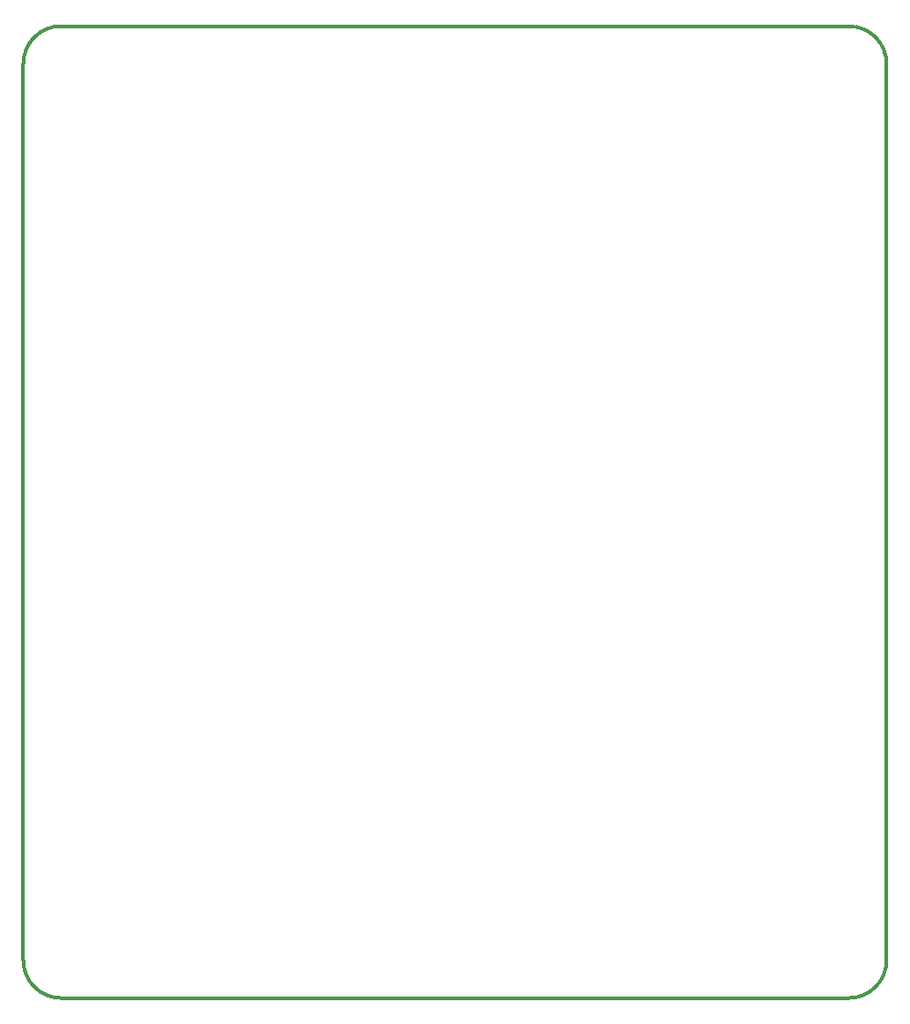
<source format=gko>
%FSLAX43Y43*%
%MOMM*%
G71*
G01*
G75*
%ADD10C,0.300*%
%ADD11C,0.075*%
%ADD12R,0.600X2.200*%
%ADD13R,0.600X2.200*%
%ADD14R,1.800X1.600*%
%ADD15R,1.600X1.800*%
%ADD16R,1.300X0.850*%
%ADD17R,3.500X0.600*%
%ADD18R,1.600X1.000*%
%ADD19R,5.400X5.500*%
%ADD20C,0.254*%
%ADD21C,0.250*%
%ADD22C,0.400*%
%ADD23C,0.500*%
%ADD24C,2.000*%
%ADD25C,1.000*%
%ADD26C,0.600*%
%ADD27C,0.700*%
%ADD28C,1.500*%
%ADD29C,4.000*%
%ADD30C,0.800*%
%ADD31C,2.000*%
%ADD32R,2.000X2.000*%
%ADD33C,1.500*%
%ADD34R,1.500X1.500*%
%ADD35R,1.600X1.600*%
%ADD36C,1.600*%
%ADD37C,4.000*%
%ADD38R,7.000X7.000*%
%ADD39C,3.000*%
%ADD40C,1.500*%
%ADD41C,1.400*%
%ADD42R,1.400X1.400*%
%ADD43C,1.100*%
%ADD44C,1.200*%
%ADD45R,5.500X7.100*%
%ADD46R,1.000X1.600*%
%ADD47R,1.600X1.800*%
%ADD48R,0.850X1.300*%
%ADD49R,2.300X2.300*%
%ADD50R,0.803X2.403*%
%ADD51R,0.803X2.403*%
%ADD52R,2.003X1.803*%
%ADD53R,1.803X2.003*%
%ADD54R,1.503X1.053*%
%ADD55R,3.703X0.803*%
%ADD56R,1.803X1.203*%
%ADD57R,5.603X5.703*%
%ADD58C,2.203*%
%ADD59R,2.203X2.203*%
%ADD60C,1.703*%
%ADD61R,1.703X1.703*%
%ADD62R,1.803X1.803*%
%ADD63C,1.803*%
%ADD64C,4.203*%
%ADD65R,7.203X7.203*%
%ADD66C,3.203*%
%ADD67C,1.703*%
%ADD68C,1.603*%
%ADD69R,1.603X1.603*%
%ADD70C,1.303*%
%ADD71C,1.403*%
%ADD72R,5.703X7.303*%
%ADD73R,1.203X1.803*%
%ADD74R,1.803X2.003*%
%ADD75R,1.053X1.503*%
%ADD76R,2.503X2.503*%
D10*
X80000Y86500D02*
G03*
X76500Y90000I-3500J0D01*
G01*
Y0D02*
G03*
X80000Y3500I0J3500D01*
G01*
X0D02*
G03*
X3500Y0I3500J0D01*
G01*
Y90000D02*
G03*
X0Y86500I0J-3500D01*
G01*
X3500Y0D02*
X76500D01*
X80000Y3500D02*
Y86500D01*
X3500Y90000D02*
X76500Y90002D01*
X0Y3500D02*
Y86500D01*
M02*

</source>
